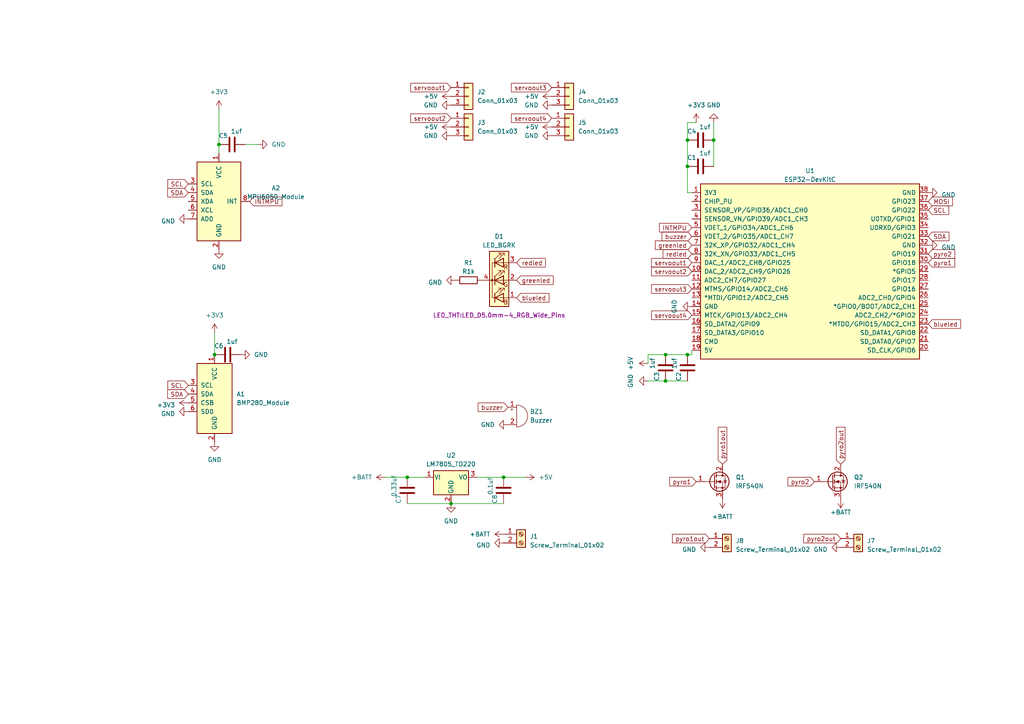
<source format=kicad_sch>
(kicad_sch (version 20230121) (generator eeschema)
  (paper "A4")
  (lib_symbols
    (symbol "Charleslabs_Parts:BMP280_Module" (pin_names (offset 1.016))
      (property "Reference" "A" (at -5.08 11.43 0))
      (property "Value" "BMP280_Module" (at 8.89 11.43 0))
      (symbol "BMP280_Module_0_1"
        (rectangle (start -5.08 10.16) (end 5.08 -10.16) (stroke (width 0.254)) (fill (type background)))
      )
      (symbol "BMP280_Module_1_1"
        (pin power_in line (at 0 12.7 270) (length 2.54) (name "VCC") (number "1"))
        (pin power_in line (at 0 -12.7 90) (length 2.54) (name "GND") (number "2"))
        (pin input line (at -7.62 3.81 0) (length 2.54) (name "SCL") (number "3"))
        (pin bidirectional line (at -7.62 1.27 0) (length 2.54) (name "SDA") (number "4"))
        (pin input line (at -7.62 -1.27 0) (length 2.54) (name "CSB") (number "5"))
        (pin input line (at -7.62 -3.81 0) (length 2.54) (name "SD0") (number "6"))
      )
    )
    (symbol "Charleslabs_Parts:MPU6050_Module" (pin_names (offset 1.016))
      (property "Reference" "A" (at -5.08 12.7 0))
      (property "Value" "MPU6050_Module" (at 8.89 12.7 0))
      (symbol "MPU6050_Module_0_1"
        (rectangle (start -6.35 11.43) (end 6.35 -11.43) (stroke (width 0.254)) (fill (type background)))
      )
      (symbol "MPU6050_Module_1_1"
        (pin power_in line (at 0 13.97 270) (length 2.54) (name "VCC") (number "1"))
        (pin power_in line (at 0 -13.97 90) (length 2.54) (name "GND") (number "2"))
        (pin input line (at -8.89 5.08 0) (length 2.54) (name "SCL") (number "3"))
        (pin input line (at -8.89 2.54 0) (length 2.54) (name "SDA") (number "4"))
        (pin input line (at -8.89 0 0) (length 2.54) (name "XDA") (number "5"))
        (pin input line (at -8.89 -2.54 0) (length 2.54) (name "XCL") (number "6"))
        (pin input line (at -8.89 -5.08 0) (length 2.54) (name "AD0") (number "7"))
        (pin output line (at 8.89 0 180) (length 2.54) (name "INT") (number "8"))
      )
    )
    (symbol "Connector:Screw_Terminal_01x02" (pin_names (offset 1.016) hide)
      (property "Reference" "J" (at 0 2.54 0))
      (property "Value" "Screw_Terminal_01x02" (at 0 -5.08 0))
      (symbol "Screw_Terminal_01x02_1_1"
        (rectangle (start -1.27 1.27) (end 1.27 -3.81) (stroke (width 0.254)) (fill (type background)))
        (circle (center 0 -2.54) (radius 0.635) (stroke (width 0.1524)))
        (polyline (pts (xy -0.5334 -2.2098) (xy 0.3302 -3.048)) (stroke (width 0.1524)))
        (polyline (pts (xy -0.5334 0.3302) (xy 0.3302 -0.508)) (stroke (width 0.1524)))
        (polyline (pts (xy -0.3556 -2.032) (xy 0.508 -2.8702)) (stroke (width 0.1524)))
        (polyline (pts (xy -0.3556 0.508) (xy 0.508 -0.3302)) (stroke (width 0.1524)))
        (circle (center 0 0) (radius 0.635) (stroke (width 0.1524)))
        (pin passive line (at -5.08 0 0) (length 3.81) (name "Pin_1") (number "1"))
        (pin passive line (at -5.08 -2.54 0) (length 3.81) (name "Pin_2") (number "2"))
      )
    )
    (symbol "Connector_Generic:Conn_01x03" (pin_names (offset 1.016) hide)
      (property "Reference" "J" (at 0 5.08 0))
      (property "Value" "Conn_01x03" (at 0 -5.08 0))
      (symbol "Conn_01x03_1_1"
        (rectangle (start -1.27 -2.413) (end 0 -2.667) (stroke (width 0.1524)))
        (rectangle (start -1.27 0.127) (end 0 -0.127) (stroke (width 0.1524)))
        (rectangle (start -1.27 2.667) (end 0 2.413) (stroke (width 0.1524)))
        (rectangle (start -1.27 3.81) (end 1.27 -3.81) (stroke (width 0.254)) (fill (type background)))
        (pin passive line (at -5.08 2.54 0) (length 3.81) (name "Pin_1") (number "1"))
        (pin passive line (at -5.08 0 0) (length 3.81) (name "Pin_2") (number "2"))
        (pin passive line (at -5.08 -2.54 0) (length 3.81) (name "Pin_3") (number "3"))
      )
    )
    (symbol "Device:Buzzer" (pin_names (offset 0.0254) hide)
      (property "Reference" "BZ" (at 3.81 1.27 0))
      (property "Value" "Buzzer" (at 3.81 -1.27 0))
      (symbol "Buzzer_0_1"
        (arc (start 0 -3.175) (mid 3.1612 0) (end 0 3.175))
        (polyline (pts (xy -1.651 1.905) (xy -1.143 1.905)))
        (polyline (pts (xy -1.397 2.159) (xy -1.397 1.651)))
        (polyline (pts (xy 0 3.175) (xy 0 -3.175)))
      )
      (symbol "Buzzer_1_1"
        (pin passive line (at -2.54 2.54 0) (length 2.54) (name "-") (number "1"))
        (pin passive line (at -2.54 -2.54 0) (length 2.54) (name "+") (number "2"))
      )
    )
    (symbol "Device:C" (pin_numbers hide) (pin_names (offset 0.254))
      (property "Reference" "C" (at 0.635 2.54 0))
      (property "Value" "C" (at 0.635 -2.54 0))
      (symbol "C_0_1"
        (polyline (pts (xy -2.032 -0.762) (xy 2.032 -0.762)) (stroke (width 0.508)))
        (polyline (pts (xy -2.032 0.762) (xy 2.032 0.762)) (stroke (width 0.508)))
      )
      (symbol "C_1_1"
        (pin passive line (at 0 3.81 270) (length 2.794) (name "~") (number "1"))
        (pin passive line (at 0 -3.81 90) (length 2.794) (name "~") (number "2"))
      )
    )
    (symbol "Device:LED_BGRK" (pin_names (offset 0) hide)
      (property "Reference" "D" (at 0 9.398 0))
      (property "Value" "LED_BGRK" (at 0 -8.89 0))
      (symbol "LED_BGRK_0_0"
        (text "B" (at 1.905 -6.35 0) (effects (font (size 1.27 1.27))))
        (text "G" (at 1.905 -1.27 0) (effects (font (size 1.27 1.27))))
        (text "R" (at 1.905 3.81 0) (effects (font (size 1.27 1.27))))
      )
      (symbol "LED_BGRK_0_1"
        (circle (center -2.032 0) (radius 0.254) (fill (type outline)))
        (polyline (pts (xy -1.27 -5.08) (xy 1.27 -5.08)))
        (polyline (pts (xy -1.27 -3.81) (xy -1.27 -6.35)) (stroke (width 0.254)))
        (polyline (pts (xy -1.27 0) (xy -2.54 0)))
        (polyline (pts (xy -1.27 1.27) (xy -1.27 -1.27)) (stroke (width 0.254)))
        (polyline (pts (xy -1.27 5.08) (xy 1.27 5.08)))
        (polyline (pts (xy -1.27 6.35) (xy -1.27 3.81)) (stroke (width 0.254)))
        (polyline (pts (xy 1.27 -5.08) (xy 2.54 -5.08)))
        (polyline (pts (xy 1.27 0) (xy -1.27 0)))
        (polyline (pts (xy 1.27 0) (xy 2.54 0)))
        (polyline (pts (xy 1.27 5.08) (xy 2.54 5.08)))
        (polyline (pts (xy -1.27 1.27) (xy -1.27 -1.27) (xy -1.27 -1.27)))
        (polyline (pts (xy -1.27 6.35) (xy -1.27 3.81) (xy -1.27 3.81)))
        (polyline (pts (xy -1.27 5.08) (xy -2.032 5.08) (xy -2.032 -5.08) (xy -1.016 -5.08)))
        (polyline (pts (xy 1.27 -3.81) (xy 1.27 -6.35) (xy -1.27 -5.08) (xy 1.27 -3.81)) (stroke (width 0.254)))
        (polyline (pts (xy 1.27 1.27) (xy 1.27 -1.27) (xy -1.27 0) (xy 1.27 1.27)) (stroke (width 0.254)))
        (polyline (pts (xy 1.27 6.35) (xy 1.27 3.81) (xy -1.27 5.08) (xy 1.27 6.35)) (stroke (width 0.254)))
        (polyline (pts (xy -1.016 -3.81) (xy 0.508 -2.286) (xy -0.254 -2.286) (xy 0.508 -2.286) (xy 0.508 -3.048)))
        (polyline (pts (xy -1.016 1.27) (xy 0.508 2.794) (xy -0.254 2.794) (xy 0.508 2.794) (xy 0.508 2.032)))
        (polyline (pts (xy -1.016 6.35) (xy 0.508 7.874) (xy -0.254 7.874) (xy 0.508 7.874) (xy 0.508 7.112)))
        (polyline (pts (xy 0 -3.81) (xy 1.524 -2.286) (xy 0.762 -2.286) (xy 1.524 -2.286) (xy 1.524 -3.048)))
        (polyline (pts (xy 0 1.27) (xy 1.524 2.794) (xy 0.762 2.794) (xy 1.524 2.794) (xy 1.524 2.032)))
        (polyline (pts (xy 0 6.35) (xy 1.524 7.874) (xy 0.762 7.874) (xy 1.524 7.874) (xy 1.524 7.112)))
        (rectangle (start 1.27 -1.27) (end 1.27 1.27))
        (rectangle (start 1.27 1.27) (end 1.27 1.27))
        (rectangle (start 1.27 3.81) (end 1.27 6.35))
        (rectangle (start 1.27 6.35) (end 1.27 6.35))
        (rectangle (start 2.794 8.382) (end -2.794 -7.62) (stroke (width 0.254)) (fill (type background)))
      )
      (symbol "LED_BGRK_1_1"
        (pin passive line (at 5.08 -5.08 180) (length 2.54) (name "BA") (number "1"))
        (pin passive line (at 5.08 0 180) (length 2.54) (name "GA") (number "2"))
        (pin passive line (at 5.08 5.08 180) (length 2.54) (name "RA") (number "3"))
        (pin passive line (at -5.08 0 0) (length 2.54) (name "K") (number "4"))
      )
    )
    (symbol "Device:R" (pin_numbers hide) (pin_names (offset 0))
      (property "Reference" "R" (at 2.032 0 90))
      (property "Value" "R" (at 0 0 90))
      (symbol "R_0_1"
        (rectangle (start -1.016 -2.54) (end 1.016 2.54) (stroke (width 0.254)))
      )
      (symbol "R_1_1"
        (pin passive line (at 0 3.81 270) (length 1.27) (name "~") (number "1"))
        (pin passive line (at 0 -3.81 90) (length 1.27) (name "~") (number "2"))
      )
    )
    (symbol "Espressif:ESP32-DevKitC" (pin_names (offset 1.016))
      (property "Reference" "U" (at -30.48 30.48 0))
      (property "Value" "ESP32-DevKitC" (at -30.48 27.94 0))
      (symbol "ESP32-DevKitC_0_0"
        (pin power_in line (at -33.02 -10.16 0) (length 2.54) (name "GND") (number "14"))
        (pin power_in line (at -33.02 -22.86 0) (length 2.54) (name "5V") (number "19"))
      )
      (symbol "ESP32-DevKitC_0_1"
        (rectangle (start -30.48 25.4) (end 33.02 -25.4) (stroke (width 0.254)) (fill (type background)))
      )
      (symbol "ESP32-DevKitC_1_1"
        (pin power_in line (at -33.02 22.86 0) (length 2.54) (name "3V3") (number "1"))
        (pin bidirectional line (at -33.02 0 0) (length 2.54) (name "DAC_2/ADC2_CH9/GPIO26") (number "10"))
        (pin bidirectional line (at -33.02 -2.54 0) (length 2.54) (name "ADC2_CH7/GPIO27") (number "11"))
        (pin bidirectional line (at -33.02 -5.08 0) (length 2.54) (name "MTMS/GPIO14/ADC2_CH6") (number "12"))
        (pin bidirectional line (at -33.02 -7.62 0) (length 2.54) (name "*MTDI/GPIO12/ADC2_CH5") (number "13"))
        (pin bidirectional line (at -33.02 -12.7 0) (length 2.54) (name "MTCK/GPIO13/ADC2_CH4") (number "15"))
        (pin bidirectional line (at -33.02 -15.24 0) (length 2.54) (name "SD_DATA2/GPIO9") (number "16"))
        (pin bidirectional line (at -33.02 -17.78 0) (length 2.54) (name "SD_DATA3/GPIO10") (number "17"))
        (pin bidirectional line (at -33.02 -20.32 0) (length 2.54) (name "CMD") (number "18"))
        (pin input line (at -33.02 20.32 0) (length 2.54) (name "CHIP_PU") (number "2"))
        (pin bidirectional line (at 35.56 -22.86 180) (length 2.54) (name "SD_CLK/GPIO6") (number "20"))
        (pin bidirectional line (at 35.56 -20.32 180) (length 2.54) (name "SD_DATA0/GPIO7") (number "21"))
        (pin bidirectional line (at 35.56 -17.78 180) (length 2.54) (name "SD_DATA1/GPIO8") (number "22"))
        (pin bidirectional line (at 35.56 -15.24 180) (length 2.54) (name "*MTDO/GPIO15/ADC2_CH3") (number "23"))
        (pin bidirectional line (at 35.56 -12.7 180) (length 2.54) (name "ADC2_CH2/*GPIO2") (number "24"))
        (pin bidirectional line (at 35.56 -10.16 180) (length 2.54) (name "*GPIO0/BOOT/ADC2_CH1") (number "25"))
        (pin bidirectional line (at 35.56 -7.62 180) (length 2.54) (name "ADC2_CH0/GPIO4") (number "26"))
        (pin bidirectional line (at 35.56 -5.08 180) (length 2.54) (name "GPIO16") (number "27"))
        (pin bidirectional line (at 35.56 -2.54 180) (length 2.54) (name "GPIO17") (number "28"))
        (pin bidirectional line (at 35.56 0 180) (length 2.54) (name "*GPIO5") (number "29"))
        (pin input line (at -33.02 17.78 0) (length 2.54) (name "SENSOR_VP/GPIO36/ADC1_CH0") (number "3"))
        (pin bidirectional line (at 35.56 2.54 180) (length 2.54) (name "GPIO18") (number "30"))
        (pin bidirectional line (at 35.56 5.08 180) (length 2.54) (name "GPIO19") (number "31"))
        (pin power_in line (at 35.56 7.62 180) (length 2.54) (name "GND") (number "32"))
        (pin bidirectional line (at 35.56 10.16 180) (length 2.54) (name "GPIO21") (number "33"))
        (pin bidirectional line (at 35.56 12.7 180) (length 2.54) (name "U0RXD/GPIO3") (number "34"))
        (pin bidirectional line (at 35.56 15.24 180) (length 2.54) (name "U0TXD/GPIO1") (number "35"))
        (pin bidirectional line (at 35.56 17.78 180) (length 2.54) (name "GPIO22") (number "36"))
        (pin bidirectional line (at 35.56 20.32 180) (length 2.54) (name "GPIO23") (number "37"))
        (pin power_in line (at 35.56 22.86 180) (length 2.54) (name "GND") (number "38"))
        (pin input line (at -33.02 15.24 0) (length 2.54) (name "SENSOR_VN/GPIO39/ADC1_CH3") (number "4"))
        (pin input line (at -33.02 12.7 0) (length 2.54) (name "VDET_1/GPIO34/ADC1_CH6") (number "5"))
        (pin input line (at -33.02 10.16 0) (length 2.54) (name "VDET_2/GPIO35/ADC1_CH7") (number "6"))
        (pin bidirectional line (at -33.02 7.62 0) (length 2.54) (name "32K_XP/GPIO32/ADC1_CH4") (number "7"))
        (pin bidirectional line (at -33.02 5.08 0) (length 2.54) (name "32K_XN/GPIO33/ADC1_CH5") (number "8"))
        (pin bidirectional line (at -33.02 2.54 0) (length 2.54) (name "DAC_1/ADC2_CH8/GPIO25") (number "9"))
      )
    )
    (symbol "Regulator_Linear:LM7805_TO220" (pin_names (offset 0.254))
      (property "Reference" "U" (at -3.81 3.175 0))
      (property "Value" "LM7805_TO220" (at 0 3.175 0))
      (symbol "LM7805_TO220_0_1"
        (rectangle (start -5.08 1.905) (end 5.08 -5.08) (stroke (width 0.254)) (fill (type background)))
      )
      (symbol "LM7805_TO220_1_1"
        (pin power_in line (at -7.62 0 0) (length 2.54) (name "VI") (number "1"))
        (pin power_in line (at 0 -7.62 90) (length 2.54) (name "GND") (number "2"))
        (pin power_out line (at 7.62 0 180) (length 2.54) (name "VO") (number "3"))
      )
    )
    (symbol "Transistor_FET:IRF540N" (pin_names hide)
      (property "Reference" "Q" (at 6.35 1.905 0))
      (property "Value" "IRF540N" (at 6.35 0 0))
      (symbol "IRF540N_0_1"
        (polyline (pts (xy 0.254 0) (xy -2.54 0)))
        (polyline (pts (xy 0.254 1.905) (xy 0.254 -1.905)) (stroke (width 0.254)))
        (polyline (pts (xy 0.762 -1.27) (xy 0.762 -2.286)) (stroke (width 0.254)))
        (polyline (pts (xy 0.762 0.508) (xy 0.762 -0.508)) (stroke (width 0.254)))
        (polyline (pts (xy 0.762 2.286) (xy 0.762 1.27)) (stroke (width 0.254)))
        (polyline (pts (xy 2.54 2.54) (xy 2.54 1.778)))
        (polyline (pts (xy 2.54 -2.54) (xy 2.54 0) (xy 0.762 0)))
        (polyline (pts (xy 0.762 -1.778) (xy 3.302 -1.778) (xy 3.302 1.778) (xy 0.762 1.778)))
        (polyline (pts (xy 1.016 0) (xy 2.032 0.381) (xy 2.032 -0.381) (xy 1.016 0)) (fill (type outline)))
        (polyline (pts (xy 2.794 0.508) (xy 2.921 0.381) (xy 3.683 0.381) (xy 3.81 0.254)))
        (polyline (pts (xy 3.302 0.381) (xy 2.921 -0.254) (xy 3.683 -0.254) (xy 3.302 0.381)))
        (circle (center 1.651 0) (radius 2.794) (stroke (width 0.254)))
        (circle (center 2.54 -1.778) (radius 0.254) (fill (type outline)))
        (circle (center 2.54 1.778) (radius 0.254) (fill (type outline)))
      )
      (symbol "IRF540N_1_1"
        (pin input line (at -5.08 0 0) (length 2.54) (name "G") (number "1"))
        (pin passive line (at 2.54 5.08 270) (length 2.54) (name "D") (number "2"))
        (pin passive line (at 2.54 -5.08 90) (length 2.54) (name "S") (number "3"))
      )
    )
    (symbol "power:+3V3" (power) (pin_names (offset 0))
      (property "Value" "+3V3" (at 0 3.556 0))
      (symbol "+3V3_0_1"
        (polyline (pts (xy -0.762 1.27) (xy 0 2.54)))
        (polyline (pts (xy 0 0) (xy 0 2.54)))
        (polyline (pts (xy 0 2.54) (xy 0.762 1.27)))
      )
      (symbol "+3V3_1_1"
        (pin power_in line (at 0 0 90) (length 0) hide (name "+3V3") (number "1"))
      )
    )
    (symbol "power:+5V" (power) (pin_names (offset 0))
      (property "Value" "+5V" (at 0 3.556 0))
      (symbol "+5V_0_1"
        (polyline (pts (xy -0.762 1.27) (xy 0 2.54)))
        (polyline (pts (xy 0 0) (xy 0 2.54)))
        (polyline (pts (xy 0 2.54) (xy 0.762 1.27)))
      )
      (symbol "+5V_1_1"
        (pin power_in line (at 0 0 90) (length 0) hide (name "+5V") (number "1"))
      )
    )
    (symbol "power:+BATT" (power) (pin_names (offset 0))
      (property "Value" "+BATT" (at 0 3.556 0))
      (symbol "+BATT_0_1"
        (polyline (pts (xy -0.762 1.27) (xy 0 2.54)))
        (polyline (pts (xy 0 0) (xy 0 2.54)))
        (polyline (pts (xy 0 2.54) (xy 0.762 1.27)))
      )
      (symbol "+BATT_1_1"
        (pin power_in line (at 0 0 90) (length 0) hide (name "+BATT") (number "1"))
      )
    )
    (symbol "power:GND" (power) (pin_names (offset 0))
      (property "Value" "GND" (at 0 -3.81 0))
      (symbol "GND_0_1"
        (polyline (pts (xy 0 0) (xy 0 -1.27) (xy 1.27 -1.27) (xy 0 -2.54) (xy -1.27 -1.27) (xy 0 -1.27)))
      )
      (symbol "GND_1_1"
        (pin power_in line (at 0 0 270) (length 0) hide (name "GND") (number "1"))
      )
    )
  )
  (junction (at 199.39 102.87))
  (junction (at 193.04 110.49))
  (junction (at 130.81 146.05))
  (junction (at 118.11 138.43))
  (junction (at 199.39 40.64))
  (junction (at 207.01 40.64))
  (junction (at 199.39 48.26))
  (junction (at 146.05 138.43))
  (junction (at 62.23 102.87))
  (junction (at 63.5 41.91))
  (junction (at 193.04 102.87))
  (wire (pts (xy 118.11 138.43) (xy 123.19 138.43)))
  (wire (pts (xy 199.39 102.87) (xy 200.66 102.87)))
  (wire (pts (xy 118.11 146.05) (xy 130.81 146.05)))
  (wire (pts (xy 200.66 102.87) (xy 200.66 101.6)))
  (wire (pts (xy 187.96 102.87) (xy 193.04 102.87)))
  (wire (pts (xy 199.39 55.88) (xy 200.66 55.88)))
  (wire (pts (xy 63.5 41.91) (xy 63.5 44.45)))
  (wire (pts (xy 199.39 48.26) (xy 199.39 55.88)))
  (wire (pts (xy 63.5 31.75) (xy 63.5 41.91)))
  (wire (pts (xy 111.76 138.43) (xy 118.11 138.43)))
  (wire (pts (xy 187.96 105.41) (xy 187.96 102.87)))
  (wire (pts (xy 193.04 102.87) (xy 199.39 102.87)))
  (wire (pts (xy 74.93 41.91) (xy 71.12 41.91)))
  (wire (pts (xy 207.01 40.64) (xy 207.01 48.26)))
  (wire (pts (xy 193.04 110.49) (xy 199.39 110.49)))
  (wire (pts (xy 199.39 35.56) (xy 201.93 35.56)))
  (wire (pts (xy 199.39 35.56) (xy 199.39 40.64)))
  (wire (pts (xy 130.81 146.05) (xy 146.05 146.05)))
  (wire (pts (xy 152.4 138.43) (xy 146.05 138.43)))
  (wire (pts (xy 62.23 96.52) (xy 62.23 102.87)))
  (wire (pts (xy 207.01 35.56) (xy 207.01 40.64)))
  (wire (pts (xy 146.05 138.43) (xy 138.43 138.43)))
  (wire (pts (xy 199.39 40.64) (xy 199.39 48.26)))
  (wire (pts (xy 187.96 110.49) (xy 193.04 110.49)))
  (global_label "SDA" (shape input) (at 54.61 114.3 180) (property "Intersheetrefs" "${INTERSHEET_REFS}" (effects hide)))
  (global_label "servoout3" (shape input) (at 200.66 83.82 180) (property "Intersheetrefs" "${INTERSHEET_REFS}" (effects hide)))
  (global_label "servoout1" (shape input) (at 200.66 76.2 180) (property "Intersheetrefs" "${INTERSHEET_REFS}" (effects hide)))
  (global_label "pyro2out" (shape input) (at 243.84 134.62 90) (property "Intersheetrefs" "${INTERSHEET_REFS}" (effects hide)))
  (global_label "pyro2out" (shape input) (at 243.84 156.21 180) (property "Intersheetrefs" "${INTERSHEET_REFS}" (effects hide)))
  (global_label "servoout4" (shape input) (at 200.66 91.44 180) (property "Intersheetrefs" "${INTERSHEET_REFS}" (effects hide)))
  (global_label "MOSI" (shape input) (at 269.24 58.42 0) (property "Intersheetrefs" "${INTERSHEET_REFS}" (effects hide)))
  (global_label "pyro1" (shape input) (at 269.24 76.2 0) (property "Intersheetrefs" "${INTERSHEET_REFS}" (effects hide)))
  (global_label "SDA" (shape input) (at 269.24 68.58 0) (property "Intersheetrefs" "${INTERSHEET_REFS}" (effects hide)))
  (global_label "SCL" (shape input) (at 269.24 60.96 0) (property "Intersheetrefs" "${INTERSHEET_REFS}" (effects hide)))
  (global_label "SCL" (shape input) (at 54.61 53.34 180) (property "Intersheetrefs" "${INTERSHEET_REFS}" (effects hide)))
  (global_label "greenled" (shape input) (at 149.86 81.28 0) (property "Intersheetrefs" "${INTERSHEET_REFS}" (effects hide)))
  (global_label "redled" (shape input) (at 200.66 73.66 180) (property "Intersheetrefs" "${INTERSHEET_REFS}" (effects hide)))
  (global_label "INTMPU" (shape input) (at 200.66 66.04 180) (property "Intersheetrefs" "${INTERSHEET_REFS}" (effects hide)))
  (global_label "pyro1out" (shape input) (at 209.55 134.62 90) (property "Intersheetrefs" "${INTERSHEET_REFS}" (effects hide)))
  (global_label "blueled" (shape input) (at 269.24 93.98 0) (property "Intersheetrefs" "${INTERSHEET_REFS}" (effects hide)))
  (global_label "SDA" (shape input) (at 54.61 55.88 180) (property "Intersheetrefs" "${INTERSHEET_REFS}" (effects hide)))
  (global_label "redled" (shape input) (at 149.86 76.2 0) (property "Intersheetrefs" "${INTERSHEET_REFS}" (effects hide)))
  (global_label "pyro1" (shape input) (at 201.93 139.7 180) (property "Intersheetrefs" "${INTERSHEET_REFS}" (effects hide)))
  (global_label "greenled" (shape input) (at 200.66 71.12 180) (property "Intersheetrefs" "${INTERSHEET_REFS}" (effects hide)))
  (global_label "buzzer" (shape input) (at 200.66 68.58 180) (property "Intersheetrefs" "${INTERSHEET_REFS}" (effects hide)))
  (global_label "pyro2" (shape input) (at 236.22 139.7 180) (property "Intersheetrefs" "${INTERSHEET_REFS}" (effects hide)))
  (global_label "pyro1out" (shape input) (at 205.74 156.21 180) (property "Intersheetrefs" "${INTERSHEET_REFS}" (effects hide)))
  (global_label "servoout2" (shape input) (at 130.81 34.29 180) (property "Intersheetrefs" "${INTERSHEET_REFS}" (effects hide)))
  (global_label "servoout4" (shape input) (at 160.02 34.29 180) (property "Intersheetrefs" "${INTERSHEET_REFS}" (effects hide)))
  (global_label "SCL" (shape input) (at 54.61 111.76 180) (property "Intersheetrefs" "${INTERSHEET_REFS}" (effects hide)))
  (global_label "INTMPU" (shape input) (at 72.39 58.42 0) (property "Intersheetrefs" "${INTERSHEET_REFS}" (effects hide)))
  (global_label "pyro2" (shape input) (at 269.24 73.66 0) (property "Intersheetrefs" "${INTERSHEET_REFS}" (effects hide)))
  (global_label "blueled" (shape input) (at 149.86 86.36 0) (property "Intersheetrefs" "${INTERSHEET_REFS}" (effects hide)))
  (global_label "servoout3" (shape input) (at 160.02 25.4 180) (property "Intersheetrefs" "${INTERSHEET_REFS}" (effects hide)))
  (global_label "servoout2" (shape input) (at 200.66 78.74 180) (property "Intersheetrefs" "${INTERSHEET_REFS}" (effects hide)))
  (global_label "buzzer" (shape input) (at 147.32 118.11 180) (property "Intersheetrefs" "${INTERSHEET_REFS}" (effects hide)))
  (global_label "servoout1" (shape input) (at 130.81 25.4 180) (property "Intersheetrefs" "${INTERSHEET_REFS}" (effects hide)))
  (symbol (lib_id "power:+BATT") (at 209.55 144.78 180) (unit 1)
    (property "Reference" "#PWR021" (effects hide))
    (property "Value" "+BATT" (at 209.55 149.86 0))
  )
  (symbol (lib_id "Espressif:ESP32-DevKitC") (at 233.68 78.74 0) (unit 1)
    (property "Reference" "U1" (at 234.95 49.53 0))
    (property "Value" "ESP32-DevKitC" (at 234.95 52.07 0))
    (property "Footprint" "Espressif:ESP32-DevKitC" (effects hide))
    (property "Datasheet" "https://docs.espressif.com/projects/esp-idf/zh_CN/latest/esp32/hw-reference/esp32/get-started-devkitc.html" (effects hide))
  )
  (symbol (lib_id "Device:Buzzer") (at 149.86 120.65 0) (unit 1)
    (property "Reference" "BZ1" (at 153.67 119.38 0) (effects (justify left)))
    (property "Value" "Buzzer" (at 153.67 121.92 0) (effects (justify left)))
    (property "Footprint" "Buzzer_Beeper:Buzzer_12x9.5RM7.6" (effects hide))
  )
  (symbol (lib_id "Transistor_FET:IRF540N") (at 241.3 139.7 0) (unit 1)
    (property "Reference" "Q2" (at 247.65 138.43 0) (effects (justify left)))
    (property "Value" "IRF540N" (at 247.65 140.97 0) (effects (justify left)))
    (property "Footprint" "Package_TO_SOT_THT:TO-220-3_Vertical" (effects hide))
    (property "Datasheet" "http://www.irf.com/product-info/datasheets/data/irf540n.pdf" (effects hide))
  )
  (symbol (lib_id "power:GND") (at 146.05 157.48 270) (unit 1)
    (property "Reference" "#PWR025" (effects hide))
    (property "Value" "GND" (at 142.24 158.115 90) (effects (justify right)))
  )
  (symbol (lib_id "power:+3V3") (at 201.93 35.56 0) (unit 1)
    (property "Reference" "#PWR02" (effects hide))
    (property "Value" "+3V3" (at 201.93 30.48 0))
  )
  (symbol (lib_id "power:+5V") (at 187.96 105.41 90) (unit 1)
    (property "Reference" "#PWR01" (effects hide))
    (property "Value" "+5V" (at 182.88 105.41 0))
  )
  (symbol (lib_id "power:GND") (at 205.74 158.75 270) (unit 1)
    (property "Reference" "#PWR023" (effects hide))
    (property "Value" "GND" (at 201.93 159.385 90) (effects (justify right)))
  )
  (symbol (lib_id "power:GND") (at 62.23 128.27 0) (unit 1)
    (property "Reference" "#PWR06" (effects hide))
    (property "Value" "GND" (at 62.23 133.35 0))
  )
  (symbol (lib_id "power:GND") (at 207.01 35.56 180) (unit 1)
    (property "Reference" "#PWR03" (effects hide))
    (property "Value" "GND" (at 207.01 30.48 0))
  )
  (symbol (lib_id "power:GND") (at 243.84 158.75 270) (unit 1)
    (property "Reference" "#PWR034" (effects hide))
    (property "Value" "GND" (at 240.03 159.385 90) (effects (justify right)))
  )
  (symbol (lib_id "power:+3V3") (at 62.23 96.52 0) (unit 1)
    (property "Reference" "#PWR09" (effects hide))
    (property "Value" "+3V3" (at 62.23 91.44 0))
  )
  (symbol (lib_id "Connector:Screw_Terminal_01x02") (at 151.13 154.94 0) (unit 1)
    (property "Reference" "J1" (at 153.67 155.575 0) (effects (justify left)))
    (property "Value" "Screw_Terminal_01x02" (at 153.67 158.115 0) (effects (justify left)))
    (property "Footprint" "TerminalBlock:TerminalBlock_bornier-2_P5.08mm" (effects hide))
  )
  (symbol (lib_id "Device:C") (at 203.2 48.26 90) (unit 1)
    (property "Reference" "C1" (at 200.66 45.72 90))
    (property "Value" "1uf" (at 204.47 44.45 90))
    (property "Footprint" "Capacitor_SMD:C_0805_2012Metric_Pad1.18x1.45mm_HandSolder" (effects hide))
  )
  (symbol (lib_id "power:GND") (at 269.24 55.88 90) (unit 1)
    (property "Reference" "#PWR020" (effects hide))
    (property "Value" "GND" (at 273.05 56.515 90) (effects (justify right)))
  )
  (symbol (lib_id "power:GND") (at 187.96 110.49 270) (unit 1)
    (property "Reference" "#PWR04" (effects hide))
    (property "Value" "GND" (at 182.88 110.49 0))
  )
  (symbol (lib_id "Device:C") (at 199.39 106.68 180) (unit 1)
    (property "Reference" "C2" (at 196.85 109.22 90))
    (property "Value" "1uf" (at 195.58 105.41 90))
    (property "Footprint" "Capacitor_SMD:C_0805_2012Metric_Pad1.18x1.45mm_HandSolder" (effects hide))
  )
  (symbol (lib_id "Device:C") (at 67.31 41.91 90) (unit 1)
    (property "Reference" "C5" (at 64.77 39.37 90))
    (property "Value" "1uf" (at 68.58 38.1 90))
    (property "Footprint" "Capacitor_SMD:C_0805_2012Metric_Pad1.18x1.45mm_HandSolder" (effects hide))
  )
  (symbol (lib_id "Connector_Generic:Conn_01x03") (at 165.1 36.83 0) (unit 1)
    (property "Reference" "J5" (at 167.64 35.56 0) (effects (justify left)))
    (property "Value" "Conn_01x03" (at 167.64 38.1 0) (effects (justify left)))
    (property "Footprint" "Connector_PinHeader_2.54mm:PinHeader_1x03_P2.54mm_Vertical" (effects hide))
  )
  (symbol (lib_id "power:GND") (at 269.24 71.12 90) (unit 1)
    (property "Reference" "#PWR019" (effects hide))
    (property "Value" "GND" (at 273.05 71.755 90) (effects (justify right)))
  )
  (symbol (lib_id "Charleslabs_Parts:MPU6050_Module") (at 63.5 58.42 0) (unit 1)
    (property "Reference" "A2" (at 80.01 54.5339 0))
    (property "Value" "MPU6050_Module" (at 80.01 57.0739 0))
    (property "Footprint" "Charleslabs_Parts:MPU6050_Module" (effects hide))
  )
  (symbol (lib_id "Connector_Generic:Conn_01x03") (at 165.1 27.94 0) (unit 1)
    (property "Reference" "J4" (at 167.64 26.67 0) (effects (justify left)))
    (property "Value" "Conn_01x03" (at 167.64 29.21 0) (effects (justify left)))
    (property "Footprint" "Connector_PinHeader_2.54mm:PinHeader_1x03_P2.54mm_Vertical" (effects hide))
  )
  (symbol (lib_id "power:GND") (at 54.61 63.5 270) (unit 1)
    (property "Reference" "#PWR024" (effects hide))
    (property "Value" "GND" (at 50.8 64.135 90) (effects (justify right)))
  )
  (symbol (lib_id "power:GND") (at 160.02 39.37 270) (unit 1)
    (property "Reference" "#PWR032" (effects hide))
    (property "Value" "GND" (at 156.21 39.37 90) (effects (justify right)))
  )
  (symbol (lib_id "Connector_Generic:Conn_01x03") (at 135.89 36.83 0) (unit 1)
    (property "Reference" "J3" (at 138.43 35.56 0) (effects (justify left)))
    (property "Value" "Conn_01x03" (at 138.43 38.1 0) (effects (justify left)))
    (property "Footprint" "Connector_PinHeader_2.54mm:PinHeader_1x03_P2.54mm_Vertical" (effects hide))
  )
  (symbol (lib_id "Connector_Generic:Conn_01x03") (at 135.89 27.94 0) (unit 1)
    (property "Reference" "J2" (at 138.43 26.67 0) (effects (justify left)))
    (property "Value" "Conn_01x03" (at 138.43 29.21 0) (effects (justify left)))
    (property "Footprint" "Connector_PinHeader_2.54mm:PinHeader_1x03_P2.54mm_Vertical" (effects hide))
  )
  (symbol (lib_id "power:GND") (at 160.02 30.48 270) (unit 1)
    (property "Reference" "#PWR030" (effects hide))
    (property "Value" "GND" (at 156.21 30.48 90) (effects (justify right)))
  )
  (symbol (lib_id "Device:C") (at 193.04 106.68 180) (unit 1)
    (property "Reference" "C3" (at 190.5 109.22 90))
    (property "Value" "1uf" (at 189.23 105.41 90))
    (property "Footprint" "Capacitor_SMD:C_0805_2012Metric_Pad1.18x1.45mm_HandSolder" (effects hide))
  )
  (symbol (lib_id "Device:C") (at 146.05 142.24 180) (unit 1)
    (property "Reference" "C8" (at 143.51 144.78 90))
    (property "Value" "0.1uf" (at 142.24 140.97 90))
    (property "Footprint" "Capacitor_SMD:C_0805_2012Metric_Pad1.18x1.45mm_HandSolder" (effects hide))
  )
  (symbol (lib_id "Device:C") (at 118.11 142.24 180) (unit 1)
    (property "Reference" "C7" (at 115.57 144.78 90))
    (property "Value" "0.33uf" (at 114.3 140.97 90))
    (property "Footprint" "Capacitor_SMD:C_0805_2012Metric_Pad1.18x1.45mm_HandSolder" (effects hide))
  )
  (symbol (lib_id "Device:LED_BGRK") (at 144.78 81.28 0) (unit 1)
    (property "Reference" "D1" (at 144.78 68.58 0))
    (property "Value" "LED_BGRK" (at 144.78 71.12 0))
    (property "Footprint" "LED_THT:LED_D5.0mm-4_RGB_Wide_Pins" (at 144.78 91.44 0))
  )
  (symbol (lib_id "Device:R") (at 135.89 81.28 90) (unit 1)
    (property "Reference" "R1" (at 135.89 76.2 90))
    (property "Value" "R1k" (at 135.89 78.74 90))
    (property "Footprint" "Resistor_SMD:R_0805_2012Metric_Pad1.20x1.40mm_HandSolder" (effects hide))
  )
  (symbol (lib_id "Device:C") (at 203.2 40.64 90) (unit 1)
    (property "Reference" "C4" (at 200.66 38.1 90))
    (property "Value" "1uf" (at 204.47 36.83 90))
    (property "Footprint" "Capacitor_SMD:C_0805_2012Metric_Pad1.18x1.45mm_HandSolder" (effects hide))
  )
  (symbol (lib_id "power:+BATT") (at 146.05 154.94 90) (unit 1)
    (property "Reference" "#PWR026" (effects hide))
    (property "Value" "+BATT" (at 142.24 154.94 90) (effects (justify left)))
  )
  (symbol (lib_id "power:GND") (at 130.81 39.37 270) (unit 1)
    (property "Reference" "#PWR028" (effects hide))
    (property "Value" "GND" (at 127 39.37 90) (effects (justify right)))
  )
  (symbol (lib_id "power:+3V3") (at 54.61 116.84 90) (unit 1)
    (property "Reference" "#PWR036" (effects hide))
    (property "Value" "+3V3" (at 50.8 117.475 90) (effects (justify left)))
  )
  (symbol (lib_id "power:GND") (at 74.93 41.91 90) (unit 1)
    (property "Reference" "#PWR013" (effects hide))
    (property "Value" "GND" (at 78.74 41.91 90) (effects (justify right)))
  )
  (symbol (lib_id "power:GND") (at 130.81 146.05 0) (unit 1)
    (property "Reference" "#PWR010" (effects hide))
    (property "Value" "GND" (at 130.81 151.13 0))
  )
  (symbol (lib_id "power:+5V") (at 130.81 27.94 90) (unit 1)
    (property "Reference" "#PWR017" (effects hide))
    (property "Value" "+5V" (at 127 27.94 90) (effects (justify left)))
  )
  (symbol (lib_id "power:+5V") (at 160.02 27.94 90) (unit 1)
    (property "Reference" "#PWR029" (effects hide))
    (property "Value" "+5V" (at 156.21 27.94 90) (effects (justify left)))
  )
  (symbol (lib_id "power:GND") (at 130.81 30.48 270) (unit 1)
    (property "Reference" "#PWR018" (effects hide))
    (property "Value" "GND" (at 127 30.48 90) (effects (justify right)))
  )
  (symbol (lib_id "power:+5V") (at 130.81 36.83 90) (unit 1)
    (property "Reference" "#PWR027" (effects hide))
    (property "Value" "+5V" (at 127 36.83 90) (effects (justify left)))
  )
  (symbol (lib_id "power:+BATT") (at 243.84 144.78 180) (unit 1)
    (property "Reference" "#PWR022" (effects hide))
    (property "Value" "+BATT" (at 243.84 148.59 0))
  )
  (symbol (lib_id "Regulator_Linear:LM7805_TO220") (at 130.81 138.43 0) (unit 1)
    (property "Reference" "U2" (at 130.81 132.08 0))
    (property "Value" "LM7805_TO220" (at 130.81 134.62 0))
    (property "Footprint" "Package_TO_SOT_THT:TO-220-3_Vertical" (effects hide))
    (property "Datasheet" "https://www.onsemi.cn/PowerSolutions/document/MC7800-D.PDF" (effects hide))
  )
  (symbol (lib_id "Charleslabs_Parts:BMP280_Module") (at 62.23 115.57 0) (unit 1)
    (property "Reference" "A1" (at 68.58 114.3 0) (effects (justify left)))
    (property "Value" "BMP280_Module" (at 68.58 116.84 0) (effects (justify left)))
    (property "Footprint" "Charleslabs_Parts:BMP280_Module" (effects hide))
  )
  (symbol (lib_id "Connector:Screw_Terminal_01x02") (at 210.82 156.21 0) (unit 1)
    (property "Reference" "J8" (at 213.36 156.845 0) (effects (justify left)))
    (property "Value" "Screw_Terminal_01x02" (at 213.36 159.385 0) (effects (justify left)))
    (property "Footprint" "TerminalBlock:TerminalBlock_bornier-2_P5.08mm" (effects hide))
  )
  (symbol (lib_id "power:GND") (at 147.32 123.19 270) (unit 1)
    (property "Reference" "#PWR016" (effects hide))
    (property "Value" "GND" (at 143.51 123.19 90) (effects (justify right)))
  )
  (symbol (lib_id "power:+5V") (at 152.4 138.43 270) (unit 1)
    (property "Reference" "#PWR012" (effects hide))
    (property "Value" "+5V" (at 156.21 138.43 90) (effects (justify left)))
  )
  (symbol (lib_id "power:+BATT") (at 111.76 138.43 90) (unit 1)
    (property "Reference" "#PWR011" (effects hide))
    (property "Value" "+BATT" (at 107.95 138.43 90) (effects (justify left)))
  )
  (symbol (lib_id "Transistor_FET:IRF540N") (at 207.01 139.7 0) (unit 1)
    (property "Reference" "Q1" (at 213.36 138.43 0) (effects (justify left)))
    (property "Value" "IRF540N" (at 213.36 140.97 0) (effects (justify left)))
    (property "Footprint" "Package_TO_SOT_THT:TO-220-3_Vertical" (effects hide))
    (property "Datasheet" "http://www.irf.com/product-info/datasheets/data/irf540n.pdf" (effects hide))
  )
  (symbol (lib_id "power:GND") (at 54.61 119.38 270) (unit 1)
    (property "Reference" "#PWR035" (effects hide))
    (property "Value" "GND" (at 50.8 120.015 90) (effects (justify right)))
  )
  (symbol (lib_id "power:+3V3") (at 63.5 31.75 0) (unit 1)
    (property "Reference" "#PWR08" (effects hide))
    (property "Value" "+3V3" (at 63.5 26.67 0))
  )
  (symbol (lib_id "Device:C") (at 66.04 102.87 90) (unit 1)
    (property "Reference" "C6" (at 63.5 100.33 90))
    (property "Value" "1uf" (at 67.31 99.06 90))
    (property "Footprint" "Capacitor_SMD:C_0805_2012Metric_Pad1.18x1.45mm_HandSolder" (effects hide))
  )
  (symbol (lib_id "power:GND") (at 132.08 81.28 270) (unit 1)
    (property "Reference" "#PWR015" (effects hide))
    (property "Value" "GND" (at 128.27 81.915 90) (effects (justify right)))
  )
  (symbol (lib_id "power:GND") (at 63.5 72.39 0) (unit 1)
    (property "Reference" "#PWR07" (effects hide))
    (property "Value" "GND" (at 63.5 77.47 0))
  )
  (symbol (lib_id "power:+5V") (at 160.02 36.83 90) (unit 1)
    (property "Reference" "#PWR031" (effects hide))
    (property "Value" "+5V" (at 156.21 36.83 90) (effects (justify left)))
  )
  (symbol (lib_id "power:GND") (at 200.66 88.9 270) (unit 1)
    (property "Reference" "#PWR05" (effects hide))
    (property "Value" "GND" (at 195.58 88.9 0))
  )
  (symbol (lib_id "power:GND") (at 69.85 102.87 90) (unit 1)
    (property "Reference" "#PWR014" (effects hide))
    (property "Value" "GND" (at 73.66 102.87 90) (effects (justify right)))
  )
  (symbol (lib_id "Connector:Screw_Terminal_01x02") (at 248.92 156.21 0) (unit 1)
    (property "Reference" "J7" (at 251.46 156.845 0) (effects (justify left)))
    (property "Value" "Screw_Terminal_01x02" (at 251.46 159.385 0) (effects (justify left)))
    (property "Footprint" "TerminalBlock:TerminalBlock_bornier-2_P5.08mm" (effects hide))
  )
)
</source>
